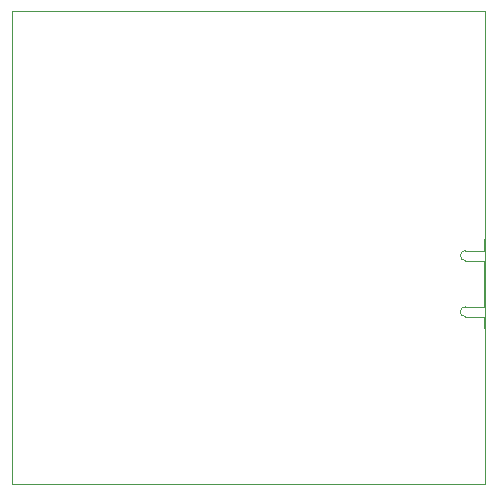
<source format=gbr>
%TF.GenerationSoftware,KiCad,Pcbnew,9.0.3*%
%TF.CreationDate,2025-08-28T18:14:41+08:00*%
%TF.ProjectId,STM_Board,53544d5f-426f-4617-9264-2e6b69636164,rev?*%
%TF.SameCoordinates,Original*%
%TF.FileFunction,Profile,NP*%
%FSLAX46Y46*%
G04 Gerber Fmt 4.6, Leading zero omitted, Abs format (unit mm)*
G04 Created by KiCad (PCBNEW 9.0.3) date 2025-08-28 18:14:41*
%MOMM*%
%LPD*%
G01*
G04 APERTURE LIST*
%TA.AperFunction,Profile*%
%ADD10C,0.050000*%
%TD*%
%TA.AperFunction,Profile*%
%ADD11C,0.100000*%
%TD*%
G04 APERTURE END LIST*
D10*
X125195000Y-50950000D02*
X165195000Y-50950000D01*
X165195000Y-90950000D01*
X125195000Y-90950000D01*
X125195000Y-50950000D01*
D11*
%TO.C,J1*%
X163569000Y-71200000D02*
X165144000Y-71200000D01*
X163569000Y-72050000D02*
X165144000Y-72050000D01*
X163569000Y-75950000D02*
X165144000Y-75950000D01*
X163569000Y-76800000D02*
X165144000Y-76800000D01*
X165144000Y-71200000D02*
X165144000Y-70250000D01*
X165144000Y-75950000D02*
X165144000Y-72050000D01*
X165144000Y-77750000D02*
X165144000Y-76800000D01*
X163569000Y-72050000D02*
G75*
G02*
X163569000Y-71200000I0J425000D01*
G01*
X163569000Y-76800000D02*
G75*
G02*
X163569000Y-75950000I0J425000D01*
G01*
%TD*%
M02*

</source>
